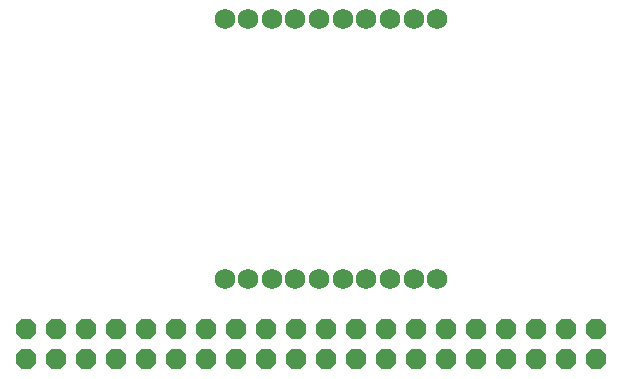
<source format=gbs>
G75*
G70*
%OFA0B0*%
%FSLAX24Y24*%
%IPPOS*%
%LPD*%
%AMOC8*
5,1,8,0,0,1.08239X$1,22.5*
%
%ADD10C,0.0680*%
%ADD11OC8,0.0680*%
D10*
X007726Y004086D03*
X008513Y004086D03*
X009301Y004086D03*
X010088Y004086D03*
X010876Y004086D03*
X011663Y004086D03*
X012450Y004086D03*
X013238Y004086D03*
X014025Y004086D03*
X014813Y004086D03*
X014813Y012747D03*
X014025Y012747D03*
X013238Y012747D03*
X012450Y012747D03*
X011663Y012747D03*
X010876Y012747D03*
X010088Y012747D03*
X009301Y012747D03*
X008513Y012747D03*
X007726Y012747D03*
D11*
X001100Y001417D03*
X002100Y001417D03*
X003100Y001417D03*
X004100Y001417D03*
X005100Y001417D03*
X006100Y001417D03*
X007100Y001417D03*
X008100Y001417D03*
X009100Y001417D03*
X010100Y001417D03*
X011100Y001417D03*
X012100Y001417D03*
X013100Y001417D03*
X014100Y001417D03*
X015100Y001417D03*
X016100Y001417D03*
X017100Y001417D03*
X018100Y001417D03*
X019100Y001417D03*
X020100Y001417D03*
X020100Y002417D03*
X019100Y002417D03*
X018100Y002417D03*
X017100Y002417D03*
X016100Y002417D03*
X015100Y002417D03*
X014100Y002417D03*
X013100Y002417D03*
X012100Y002417D03*
X011100Y002417D03*
X010100Y002417D03*
X009100Y002417D03*
X008100Y002417D03*
X007100Y002417D03*
X006100Y002417D03*
X005100Y002417D03*
X004100Y002417D03*
X003100Y002417D03*
X002100Y002417D03*
X001100Y002417D03*
M02*

</source>
